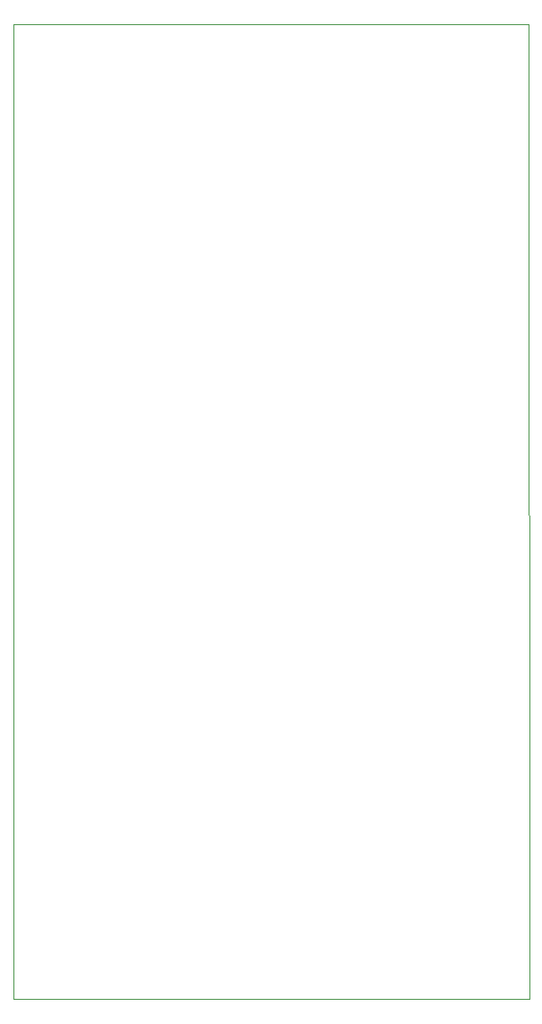
<source format=gbr>
G04 #@! TF.GenerationSoftware,KiCad,Pcbnew,5.1.5+dfsg1-2build2*
G04 #@! TF.CreationDate,2022-04-05T14:10:39-04:00*
G04 #@! TF.ProjectId,traffic-vest_controller,74726166-6669-4632-9d76-6573745f636f,rev?*
G04 #@! TF.SameCoordinates,Original*
G04 #@! TF.FileFunction,Profile,NP*
%FSLAX46Y46*%
G04 Gerber Fmt 4.6, Leading zero omitted, Abs format (unit mm)*
G04 Created by KiCad (PCBNEW 5.1.5+dfsg1-2build2) date 2022-04-05 14:10:39*
%MOMM*%
%LPD*%
G04 APERTURE LIST*
%ADD10C,0.100000*%
G04 APERTURE END LIST*
D10*
X117602000Y-145948400D02*
X117602000Y-53936900D01*
X166331900Y-145961100D02*
X117602000Y-145948400D01*
X166319200Y-53936900D02*
X166331900Y-145961100D01*
X117602000Y-53936900D02*
X166319200Y-53936900D01*
M02*

</source>
